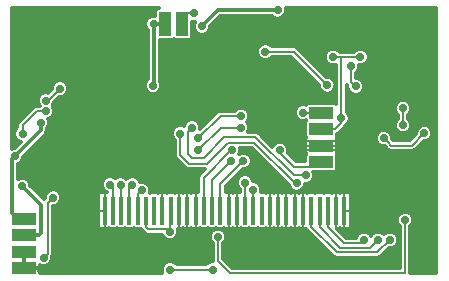
<source format=gbl>
G04 #@! TF.FileFunction,Copper,L2,Bot,Signal*
%FSLAX46Y46*%
G04 Gerber Fmt 4.6, Leading zero omitted, Abs format (unit mm)*
G04 Created by KiCad (PCBNEW (2016-04-05 BZR 6665, Git e1b308b)-product) date 04.05.2016 13:46:03*
%MOMM*%
G01*
G04 APERTURE LIST*
%ADD10C,0.100000*%
%ADD11R,2.000000X1.000000*%
%ADD12R,1.000000X2.000000*%
%ADD13R,0.400000X2.400000*%
%ADD14C,0.700000*%
%ADD15C,0.200000*%
%ADD16C,0.300000*%
G04 APERTURE END LIST*
D10*
D11*
X175500000Y-101700000D03*
X175500000Y-100300000D03*
X175500000Y-98900000D03*
X175500000Y-103100000D03*
D12*
X187500000Y-82400000D03*
X188900000Y-82400000D03*
D13*
X182350000Y-98200000D03*
X183050000Y-98200000D03*
X183750000Y-98200000D03*
X184450000Y-98200000D03*
X185150000Y-98200000D03*
X185850000Y-98200000D03*
X186550000Y-98200000D03*
X187250000Y-98200000D03*
X187950000Y-98200000D03*
X188650000Y-98200000D03*
X189350000Y-98200000D03*
X190050000Y-98200000D03*
X190750000Y-98200000D03*
X191450000Y-98200000D03*
X192150000Y-98200000D03*
X192850000Y-98200000D03*
X193550000Y-98200000D03*
X194250000Y-98200000D03*
X194950000Y-98200000D03*
X195650000Y-98200000D03*
X196350000Y-98200000D03*
X197050000Y-98200000D03*
X197750000Y-98200000D03*
X198450000Y-98200000D03*
X199150000Y-98200000D03*
X199850000Y-98200000D03*
X200550000Y-98200000D03*
X201250000Y-98200000D03*
X201950000Y-98200000D03*
X202650000Y-98200000D03*
D11*
X200700000Y-94100000D03*
X200700000Y-89916000D03*
X200700000Y-92700000D03*
X200700000Y-91300000D03*
D14*
X208525000Y-103100000D03*
X204875000Y-102625000D03*
X201475000Y-102525002D03*
X176475000Y-96200000D03*
X207650000Y-95125001D03*
X206900000Y-91799996D03*
X198050002Y-81250000D03*
X196052232Y-81996020D03*
X201200000Y-96400002D03*
X177000000Y-103200000D03*
X204900000Y-81400000D03*
X204599996Y-88900000D03*
X207850000Y-88400000D03*
X174800000Y-88000000D03*
X189500000Y-101200000D03*
X195900000Y-101600000D03*
X201700000Y-86400000D03*
X197200000Y-85900000D03*
X193200000Y-96500000D03*
X176800000Y-81400000D03*
X208200000Y-81400000D03*
X203900000Y-91100000D03*
X197000000Y-95600000D03*
X198200000Y-89900000D03*
X199400000Y-101300004D03*
X203300000Y-100300000D03*
X189900000Y-81500000D03*
X190600000Y-82600000D03*
X174750000Y-93625000D03*
X186436000Y-87630000D03*
X176950663Y-90750663D03*
X197000000Y-81250000D03*
X186500000Y-82400000D03*
X195950000Y-84750000D03*
X201200000Y-87600000D03*
X199390000Y-95224990D03*
X189738000Y-91186000D03*
X198625000Y-95900000D03*
X178562000Y-87884000D03*
X177400000Y-88900000D03*
X188722000Y-91694000D03*
X191500000Y-103199998D03*
X187900000Y-103200000D03*
X187900000Y-100000000D03*
X202400000Y-90400000D03*
X204000000Y-85200000D03*
X201700000Y-85200000D03*
X190300000Y-92100000D03*
X193900000Y-90200000D03*
X203600000Y-87700000D03*
X203200000Y-86000000D03*
X183700000Y-96000000D03*
X182800000Y-96000000D03*
X185491958Y-96473194D03*
X184700000Y-96000000D03*
X206500000Y-100700000D03*
X205500000Y-100700000D03*
X204300000Y-100699998D03*
X193130627Y-93106010D03*
X193089704Y-94005091D03*
X194108947Y-94008947D03*
X194237042Y-95847494D03*
X194928222Y-96423926D03*
X207621789Y-90981563D03*
X207621780Y-89546025D03*
X205981140Y-92084741D03*
X209429152Y-91650002D03*
X199136000Y-89916000D03*
X197200000Y-93100000D03*
X177400000Y-89800000D03*
X175400000Y-91700000D03*
X178000000Y-97100000D03*
X177200000Y-102200000D03*
X190300000Y-93100000D03*
X193900000Y-91200000D03*
X207800000Y-99000000D03*
X191950000Y-100450000D03*
X175375002Y-96125000D03*
D15*
X203300000Y-100300000D02*
X203649999Y-99950001D01*
X207650000Y-94850000D02*
X207650000Y-95125001D01*
X203900000Y-91100000D02*
X207650000Y-94850000D01*
X206550001Y-91449997D02*
X206900000Y-91799996D01*
X205994982Y-90894978D02*
X206550001Y-91449997D01*
X204599996Y-90894978D02*
X205994982Y-90894978D01*
X200600000Y-81400000D02*
X200450000Y-81250000D01*
X200450000Y-81250000D02*
X198544976Y-81250000D01*
X196402231Y-82346019D02*
X197448957Y-82346019D01*
X196052232Y-81996020D02*
X196402231Y-82346019D01*
X197448957Y-82346019D02*
X198050002Y-81744974D01*
X198050002Y-81744974D02*
X198050002Y-81250000D01*
X198544976Y-81250000D02*
X198050002Y-81250000D01*
X195702233Y-82346019D02*
X196052232Y-81996020D01*
X194900000Y-83148252D02*
X195702233Y-82346019D01*
X195600000Y-85900000D02*
X194900000Y-85200000D01*
X194900000Y-85200000D02*
X194900000Y-83148252D01*
X197200000Y-85900000D02*
X195600000Y-85900000D01*
X188650000Y-98200000D02*
X188650000Y-99750000D01*
X187250000Y-96650000D02*
X188700000Y-96650000D01*
X188700000Y-96650000D02*
X189350000Y-96650000D01*
X188650000Y-98200000D02*
X188650000Y-96700000D01*
X188650000Y-96700000D02*
X188700000Y-96650000D01*
X187250000Y-98200000D02*
X187250000Y-96650000D01*
X197200000Y-85900000D02*
X197694974Y-85900000D01*
X197694974Y-85900000D02*
X198200000Y-86405026D01*
X198200000Y-86405026D02*
X198200000Y-89405026D01*
X198200000Y-89405026D02*
X198200000Y-89900000D01*
X200600000Y-81400000D02*
X204900000Y-81400000D01*
X200600000Y-85794974D02*
X200600000Y-81400000D01*
X204900000Y-81400000D02*
X208200000Y-81400000D01*
X201700000Y-86400000D02*
X201205026Y-86400000D01*
X201205026Y-86400000D02*
X200600000Y-85794974D01*
X202300000Y-93100000D02*
X202650000Y-93450000D01*
X202650000Y-93450000D02*
X202650000Y-96650000D01*
X204599996Y-88900000D02*
X207550000Y-88900000D01*
X207550000Y-88900000D02*
X207850000Y-88600000D01*
X203900000Y-91100000D02*
X204394974Y-91100000D01*
X204599996Y-89394974D02*
X204599996Y-88900000D01*
X204394974Y-91100000D02*
X204599996Y-90894978D01*
X204599996Y-90894978D02*
X204599996Y-89394974D01*
X200700000Y-92700000D02*
X201100000Y-92300000D01*
X201100000Y-92300000D02*
X202700000Y-92300000D01*
X202700000Y-92300000D02*
X203900000Y-91100000D01*
X198200000Y-89900000D02*
X198200000Y-92000000D01*
X198200000Y-92000000D02*
X198500000Y-92300000D01*
X198500000Y-92300000D02*
X200300000Y-92300000D01*
X200300000Y-92300000D02*
X200700000Y-92700000D01*
X202600000Y-99800000D02*
X202800000Y-99800000D01*
X202800000Y-99800000D02*
X203300000Y-100300000D01*
X201950000Y-98200000D02*
X201950000Y-99600000D01*
X201950000Y-99600000D02*
X202150000Y-99800000D01*
X202600000Y-99800000D02*
X202650000Y-99750000D01*
X202150000Y-99800000D02*
X202600000Y-99800000D01*
X202650000Y-99750000D02*
X202650000Y-98200000D01*
X174800000Y-88000000D02*
X176300000Y-86500000D01*
X176300000Y-86500000D02*
X179200000Y-86500000D01*
X179200000Y-86500000D02*
X182149999Y-89449999D01*
X182350000Y-96650000D02*
X182350000Y-98200000D01*
X182149999Y-89449999D02*
X182149999Y-96449999D01*
X182149999Y-96449999D02*
X182350000Y-96650000D01*
X176800000Y-81400000D02*
X174800000Y-83400000D01*
X174800000Y-83400000D02*
X174800000Y-88000000D01*
X195500000Y-101200000D02*
X195900000Y-101600000D01*
X189350000Y-96650000D02*
X190050000Y-96650000D01*
X201200000Y-93100000D02*
X202300000Y-93100000D01*
X200700000Y-92700000D02*
X200800000Y-92700000D01*
X200800000Y-92700000D02*
X201200000Y-93100000D01*
X200300000Y-93100000D02*
X199200000Y-93100000D01*
X200700000Y-92700000D02*
X200300000Y-93100000D01*
X199500000Y-92700000D02*
X199200000Y-92700000D01*
X200700000Y-92700000D02*
X199500000Y-92700000D01*
X200700000Y-92700000D02*
X202300000Y-92700000D01*
X199399998Y-96400002D02*
X201200000Y-96400002D01*
X199150000Y-96650000D02*
X199399998Y-96400002D01*
X201700002Y-96400002D02*
X201200000Y-96400002D01*
X201950000Y-96650000D02*
X201700002Y-96400002D01*
D16*
X177000000Y-103100000D02*
X177000000Y-103200000D01*
X175500000Y-103100000D02*
X177000000Y-103100000D01*
X175500000Y-101700000D02*
X175500000Y-103100000D01*
D15*
X189350000Y-99750000D02*
X188650000Y-99750000D01*
X190050000Y-99750000D02*
X189350000Y-99750000D01*
X189350000Y-99750000D02*
X189500000Y-99900000D01*
X189500000Y-99900000D02*
X189500000Y-101200000D01*
X192850000Y-99750000D02*
X193550000Y-99750000D01*
X193550000Y-99750000D02*
X194050000Y-99750000D01*
X194050000Y-99750000D02*
X195900000Y-101600000D01*
X196350000Y-99750000D02*
X196350000Y-101150000D01*
X196350000Y-101150000D02*
X195900000Y-101600000D01*
X197050000Y-99750000D02*
X196350000Y-99750000D01*
X197750000Y-99750000D02*
X197050000Y-99750000D01*
X198450000Y-99750000D02*
X197750000Y-99750000D01*
X198450000Y-99750000D02*
X199150000Y-99750000D01*
X199150000Y-99750000D02*
X199400000Y-100000000D01*
X199400000Y-100000000D02*
X199400000Y-101300004D01*
X202650000Y-96650000D02*
X201950000Y-96650000D01*
X198450000Y-96650000D02*
X199150000Y-96650000D01*
X197750000Y-96650000D02*
X198450000Y-96650000D01*
X197050000Y-96650000D02*
X197750000Y-96650000D01*
X196350000Y-96650000D02*
X197050000Y-96650000D01*
X193550000Y-96650000D02*
X193350000Y-96650000D01*
X193350000Y-96650000D02*
X193200000Y-96500000D01*
X193200000Y-96500000D02*
X193050000Y-96650000D01*
X193050000Y-96650000D02*
X192850000Y-96650000D01*
X202650000Y-98200000D02*
X202650000Y-96650000D01*
X201950000Y-98200000D02*
X201950000Y-96650000D01*
X203050000Y-98200000D02*
X203300000Y-98200000D01*
X202650000Y-98200000D02*
X203050000Y-98200000D01*
X196350000Y-98200000D02*
X196350000Y-99750000D01*
X197050000Y-98200000D02*
X197050000Y-99750000D01*
X197750000Y-99750000D02*
X197800000Y-99800000D01*
X197750000Y-98200000D02*
X197750000Y-99750000D01*
X198450000Y-98200000D02*
X198450000Y-99750000D01*
X199150000Y-98200000D02*
X199150000Y-99750000D01*
X199150000Y-98200000D02*
X199150000Y-96650000D01*
X198450000Y-98200000D02*
X198450000Y-96650000D01*
X197750000Y-96650000D02*
X197800000Y-96600000D01*
X197750000Y-98200000D02*
X197750000Y-96650000D01*
X197050000Y-98200000D02*
X197050000Y-96650000D01*
X196350000Y-98200000D02*
X196350000Y-96650000D01*
X193550000Y-98200000D02*
X193550000Y-96650000D01*
X192850000Y-98200000D02*
X192850000Y-96650000D01*
X193550000Y-98200000D02*
X193550000Y-99750000D01*
X192850000Y-98200000D02*
X192850000Y-99750000D01*
X182350000Y-98200000D02*
X182350000Y-99750000D01*
X190050000Y-98200000D02*
X190050000Y-99750000D01*
X189350000Y-98200000D02*
X189350000Y-99750000D01*
X190050000Y-98200000D02*
X190050000Y-96650000D01*
X189350000Y-98200000D02*
X189350000Y-96650000D01*
X181950000Y-98200000D02*
X181400000Y-98200000D01*
X182350000Y-98200000D02*
X181950000Y-98200000D01*
X189300000Y-81500000D02*
X189900000Y-81500000D01*
X188900000Y-82400000D02*
X188900000Y-81900000D01*
X188900000Y-81900000D02*
X189300000Y-81500000D01*
D16*
X190949999Y-82250001D02*
X190600000Y-82600000D01*
X197000000Y-81250000D02*
X191950000Y-81250000D01*
X191950000Y-81250000D02*
X190949999Y-82250001D01*
X175500000Y-98900000D02*
X175000000Y-98900000D01*
X175000000Y-98900000D02*
X174550000Y-98450000D01*
X174550000Y-98450000D02*
X174550000Y-93825000D01*
X174550000Y-93825000D02*
X174750000Y-93625000D01*
X174750000Y-93625000D02*
X176950663Y-91424337D01*
X176950663Y-91424337D02*
X176950663Y-90750663D01*
X186500000Y-87566000D02*
X186436000Y-87630000D01*
X186500000Y-82400000D02*
X186500000Y-87566000D01*
X187500000Y-82400000D02*
X186500000Y-82400000D01*
D15*
X201200000Y-87600000D02*
X198350000Y-84750000D01*
X198350000Y-84750000D02*
X196444974Y-84750000D01*
X196444974Y-84750000D02*
X195950000Y-84750000D01*
X189388001Y-91535999D02*
X189388001Y-93376001D01*
X198348990Y-95224990D02*
X198895026Y-95224990D01*
X189388001Y-93376001D02*
X189762001Y-93750001D01*
X192493999Y-91986001D02*
X195110001Y-91986001D01*
X195110001Y-91986001D02*
X198348990Y-95224990D01*
X189762001Y-93750001D02*
X190729999Y-93750001D01*
X189738000Y-91186000D02*
X189388001Y-91535999D01*
X190729999Y-93750001D02*
X192493999Y-91986001D01*
X198895026Y-95224990D02*
X199390000Y-95224990D01*
X195006000Y-92456000D02*
X198450000Y-95900000D01*
X191008000Y-94234000D02*
X192786000Y-92456000D01*
X188722000Y-93472000D02*
X189484000Y-94234000D01*
X188722000Y-91694000D02*
X188722000Y-93472000D01*
X198450000Y-95900000D02*
X198625000Y-95900000D01*
X192786000Y-92456000D02*
X195006000Y-92456000D01*
X189484000Y-94234000D02*
X191008000Y-94234000D01*
X177400000Y-88900000D02*
X177546000Y-88900000D01*
X177546000Y-88900000D02*
X178562000Y-87884000D01*
X191499998Y-103200000D02*
X191500000Y-103199998D01*
X187900000Y-103200000D02*
X191499998Y-103200000D01*
X185850000Y-98200000D02*
X185850000Y-99600000D01*
X185850000Y-99600000D02*
X186050000Y-99800000D01*
X186050000Y-99800000D02*
X187700000Y-99800000D01*
X187700000Y-99800000D02*
X187900000Y-100000000D01*
X187900000Y-100000000D02*
X187900000Y-98250000D01*
X187900000Y-98250000D02*
X187950000Y-98200000D01*
X200700000Y-91300000D02*
X201900000Y-91300000D01*
X201900000Y-91300000D02*
X202400000Y-90800000D01*
X202400000Y-90800000D02*
X202400000Y-90400000D01*
X202400000Y-85200000D02*
X204000000Y-85200000D01*
X201700000Y-85200000D02*
X202400000Y-85200000D01*
X202400000Y-85200000D02*
X202400000Y-90400000D01*
X193900000Y-90200000D02*
X192200000Y-90200000D01*
X192200000Y-90200000D02*
X190300000Y-92100000D01*
X203200000Y-86000000D02*
X203200000Y-87300000D01*
X203200000Y-87300000D02*
X203600000Y-87700000D01*
X183750000Y-98200000D02*
X183750000Y-96050000D01*
X183750000Y-96050000D02*
X183700000Y-96000000D01*
X183050000Y-98200000D02*
X183050000Y-96250000D01*
X183050000Y-96250000D02*
X182800000Y-96000000D01*
X185150000Y-98200000D02*
X185150000Y-96815152D01*
X185150000Y-96815152D02*
X185491958Y-96473194D01*
X184450000Y-98200000D02*
X184450000Y-96250000D01*
X184450000Y-96250000D02*
X184700000Y-96000000D01*
X206500000Y-100700000D02*
X205449979Y-101750021D01*
X205449979Y-101750021D02*
X202000021Y-101750021D01*
X202000021Y-101750021D02*
X199850000Y-99600000D01*
X199850000Y-99600000D02*
X199850000Y-98200000D01*
X205500000Y-100700000D02*
X204849989Y-101350011D01*
X202300011Y-101350011D02*
X200550000Y-99600000D01*
X204849989Y-101350011D02*
X202300011Y-101350011D01*
X200550000Y-99600000D02*
X200550000Y-98200000D01*
X204049997Y-100950001D02*
X204300000Y-100699998D01*
X202600001Y-100950001D02*
X204049997Y-100950001D01*
X201250000Y-99600000D02*
X202600001Y-100950001D01*
X201250000Y-98200000D02*
X201250000Y-99600000D01*
X193055244Y-93106010D02*
X193130627Y-93106010D01*
X190750000Y-98200000D02*
X190750000Y-95411254D01*
X190750000Y-95411254D02*
X193055244Y-93106010D01*
X191450000Y-95644795D02*
X192739705Y-94355090D01*
X191450000Y-98200000D02*
X191450000Y-95644795D01*
X192739705Y-94355090D02*
X193089704Y-94005091D01*
X193758948Y-94358946D02*
X194108947Y-94008947D01*
X192150000Y-98200000D02*
X192150000Y-95967894D01*
X192150000Y-95967894D02*
X193758948Y-94358946D01*
X194250000Y-98200000D02*
X194250000Y-95860452D01*
X194250000Y-95860452D02*
X194237042Y-95847494D01*
X194950000Y-98200000D02*
X194950000Y-96445704D01*
X194950000Y-96445704D02*
X194928222Y-96423926D01*
X207621780Y-89546025D02*
X207621780Y-90981554D01*
X207621780Y-90981554D02*
X207621789Y-90981563D01*
X208379220Y-92699934D02*
X206596333Y-92699934D01*
X206596333Y-92699934D02*
X206331139Y-92434740D01*
X206331139Y-92434740D02*
X205981140Y-92084741D01*
X209429152Y-91650002D02*
X208379220Y-92699934D01*
X199136000Y-89916000D02*
X200700000Y-89916000D01*
X197200000Y-93100000D02*
X197200000Y-93300000D01*
X197200000Y-93300000D02*
X198400000Y-94500000D01*
X198400000Y-94500000D02*
X200300000Y-94500000D01*
X200300000Y-94500000D02*
X200700000Y-94100000D01*
X175400000Y-91700000D02*
X175400000Y-91000000D01*
X176600000Y-89800000D02*
X177400000Y-89800000D01*
X175400000Y-91000000D02*
X176600000Y-89800000D01*
X177550010Y-98100000D02*
X177550010Y-97549990D01*
X177550010Y-97549990D02*
X178000000Y-97100000D01*
X177550010Y-100527821D02*
X177550010Y-98100000D01*
X177200000Y-102200000D02*
X177550010Y-101849990D01*
X177550010Y-101849990D02*
X177550010Y-100527821D01*
X193900000Y-91200000D02*
X192200000Y-91200000D01*
X192200000Y-91200000D02*
X190300000Y-93100000D01*
X207799990Y-103500010D02*
X207800000Y-103500000D01*
X207800000Y-103500000D02*
X207800000Y-99000000D01*
X207174990Y-103500010D02*
X207799990Y-103500010D01*
X191950000Y-102500000D02*
X192950010Y-103500010D01*
X192950010Y-103500010D02*
X207174990Y-103500010D01*
X191950000Y-100450000D02*
X191950000Y-102500000D01*
D16*
X175725001Y-96474999D02*
X175375002Y-96125000D01*
X177000000Y-97749998D02*
X175725001Y-96474999D01*
X177000000Y-100100000D02*
X177000000Y-97749998D01*
X176800000Y-100300000D02*
X177000000Y-100100000D01*
X175500000Y-100300000D02*
X176800000Y-100300000D01*
G36*
X186863437Y-81070308D02*
X186747665Y-81147665D01*
X186670308Y-81263437D01*
X186643144Y-81400000D01*
X186643144Y-81701490D01*
X186639850Y-81700122D01*
X186361372Y-81699879D01*
X186104000Y-81806223D01*
X185906915Y-82002964D01*
X185800122Y-82260150D01*
X185799879Y-82538628D01*
X185906223Y-82796000D01*
X186000000Y-82889941D01*
X186000000Y-87076153D01*
X185842915Y-87232964D01*
X185736122Y-87490150D01*
X185735879Y-87768628D01*
X185842223Y-88026000D01*
X186038964Y-88223085D01*
X186296150Y-88329878D01*
X186574628Y-88330121D01*
X186832000Y-88223777D01*
X187029085Y-88027036D01*
X187135878Y-87769850D01*
X187136121Y-87491372D01*
X187029777Y-87234000D01*
X187000000Y-87204171D01*
X187000000Y-84888628D01*
X195249879Y-84888628D01*
X195356223Y-85146000D01*
X195552964Y-85343085D01*
X195810150Y-85449878D01*
X196088628Y-85450121D01*
X196346000Y-85343777D01*
X196490028Y-85200000D01*
X198163604Y-85200000D01*
X200500055Y-87536451D01*
X200499879Y-87738628D01*
X200606223Y-87996000D01*
X200802964Y-88193085D01*
X201060150Y-88299878D01*
X201338628Y-88300121D01*
X201596000Y-88193777D01*
X201793085Y-87997036D01*
X201899878Y-87739850D01*
X201900121Y-87461372D01*
X201793777Y-87204000D01*
X201597036Y-87006915D01*
X201339850Y-86900122D01*
X201136340Y-86899944D01*
X198668198Y-84431802D01*
X198522208Y-84334254D01*
X198350000Y-84300000D01*
X196489871Y-84300000D01*
X196347036Y-84156915D01*
X196089850Y-84050122D01*
X195811372Y-84049879D01*
X195554000Y-84156223D01*
X195356915Y-84352964D01*
X195250122Y-84610150D01*
X195249879Y-84888628D01*
X187000000Y-84888628D01*
X187000000Y-83756856D01*
X188000000Y-83756856D01*
X188136563Y-83729692D01*
X188200000Y-83687304D01*
X188263437Y-83729692D01*
X188400000Y-83756856D01*
X189400000Y-83756856D01*
X189536563Y-83729692D01*
X189652335Y-83652335D01*
X189729692Y-83536563D01*
X189756856Y-83400000D01*
X189756856Y-82198510D01*
X189760150Y-82199878D01*
X190009788Y-82200096D01*
X190006915Y-82202964D01*
X189900122Y-82460150D01*
X189899879Y-82738628D01*
X190006223Y-82996000D01*
X190202964Y-83193085D01*
X190460150Y-83299878D01*
X190738628Y-83300121D01*
X190996000Y-83193777D01*
X191193085Y-82997036D01*
X191299878Y-82739850D01*
X191299994Y-82607113D01*
X191303552Y-82603555D01*
X191303554Y-82603552D01*
X192157106Y-81750000D01*
X196510041Y-81750000D01*
X196602964Y-81843085D01*
X196860150Y-81949878D01*
X197138628Y-81950121D01*
X197396000Y-81843777D01*
X197593085Y-81647036D01*
X197699878Y-81389850D01*
X197700121Y-81111372D01*
X197674763Y-81050000D01*
X210450000Y-81050000D01*
X210450000Y-103450000D01*
X208250000Y-103450000D01*
X208250000Y-99539871D01*
X208393085Y-99397036D01*
X208499878Y-99139850D01*
X208500121Y-98861372D01*
X208393777Y-98604000D01*
X208197036Y-98406915D01*
X207939850Y-98300122D01*
X207661372Y-98299879D01*
X207404000Y-98406223D01*
X207206915Y-98602964D01*
X207100122Y-98860150D01*
X207099879Y-99138628D01*
X207206223Y-99396000D01*
X207350000Y-99540028D01*
X207350000Y-103050010D01*
X193136406Y-103050010D01*
X192400000Y-102313604D01*
X192400000Y-100989871D01*
X192543085Y-100847036D01*
X192649878Y-100589850D01*
X192650121Y-100311372D01*
X192543777Y-100054000D01*
X192347036Y-99856915D01*
X192106067Y-99756856D01*
X192350000Y-99756856D01*
X192486563Y-99729692D01*
X192500000Y-99720714D01*
X192513437Y-99729692D01*
X192650000Y-99756856D01*
X193050000Y-99756856D01*
X193186563Y-99729692D01*
X193200000Y-99720714D01*
X193213437Y-99729692D01*
X193350000Y-99756856D01*
X193750000Y-99756856D01*
X193886563Y-99729692D01*
X193900000Y-99720714D01*
X193913437Y-99729692D01*
X194050000Y-99756856D01*
X194450000Y-99756856D01*
X194586563Y-99729692D01*
X194600000Y-99720714D01*
X194613437Y-99729692D01*
X194750000Y-99756856D01*
X195150000Y-99756856D01*
X195286563Y-99729692D01*
X195300000Y-99720714D01*
X195313437Y-99729692D01*
X195450000Y-99756856D01*
X195850000Y-99756856D01*
X195986563Y-99729692D01*
X196000000Y-99720714D01*
X196013437Y-99729692D01*
X196150000Y-99756856D01*
X196550000Y-99756856D01*
X196686563Y-99729692D01*
X196700000Y-99720714D01*
X196713437Y-99729692D01*
X196850000Y-99756856D01*
X197250000Y-99756856D01*
X197386563Y-99729692D01*
X197400000Y-99720714D01*
X197413437Y-99729692D01*
X197550000Y-99756856D01*
X197950000Y-99756856D01*
X198086563Y-99729692D01*
X198100000Y-99720714D01*
X198113437Y-99729692D01*
X198250000Y-99756856D01*
X198650000Y-99756856D01*
X198786563Y-99729692D01*
X198800000Y-99720714D01*
X198813437Y-99729692D01*
X198950000Y-99756856D01*
X199350000Y-99756856D01*
X199428110Y-99741319D01*
X199434254Y-99772208D01*
X199493832Y-99861372D01*
X199531802Y-99918198D01*
X201681823Y-102068219D01*
X201827813Y-102165767D01*
X202000021Y-102200021D01*
X205449979Y-102200021D01*
X205622187Y-102165767D01*
X205768177Y-102068219D01*
X206436451Y-101399945D01*
X206638628Y-101400121D01*
X206896000Y-101293777D01*
X207093085Y-101097036D01*
X207199878Y-100839850D01*
X207200121Y-100561372D01*
X207093777Y-100304000D01*
X206897036Y-100106915D01*
X206639850Y-100000122D01*
X206361372Y-99999879D01*
X206104000Y-100106223D01*
X205999991Y-100210050D01*
X205897036Y-100106915D01*
X205639850Y-100000122D01*
X205361372Y-99999879D01*
X205104000Y-100106223D01*
X204906915Y-100302964D01*
X204900116Y-100319339D01*
X204893777Y-100303998D01*
X204697036Y-100106913D01*
X204439850Y-100000120D01*
X204161372Y-99999877D01*
X203904000Y-100106221D01*
X203706915Y-100302962D01*
X203625097Y-100500001D01*
X202786397Y-100500001D01*
X202043252Y-99756856D01*
X202150000Y-99756856D01*
X202286563Y-99729692D01*
X202300000Y-99720714D01*
X202313437Y-99729692D01*
X202450000Y-99756856D01*
X202850000Y-99756856D01*
X202986563Y-99729692D01*
X203102335Y-99652335D01*
X203179692Y-99536563D01*
X203206856Y-99400000D01*
X203206856Y-97000000D01*
X203179692Y-96863437D01*
X203102335Y-96747665D01*
X202986563Y-96670308D01*
X202850000Y-96643144D01*
X202450000Y-96643144D01*
X202313437Y-96670308D01*
X202300000Y-96679286D01*
X202286563Y-96670308D01*
X202150000Y-96643144D01*
X201750000Y-96643144D01*
X201613437Y-96670308D01*
X201600000Y-96679286D01*
X201586563Y-96670308D01*
X201450000Y-96643144D01*
X201050000Y-96643144D01*
X200913437Y-96670308D01*
X200900000Y-96679286D01*
X200886563Y-96670308D01*
X200750000Y-96643144D01*
X200350000Y-96643144D01*
X200213437Y-96670308D01*
X200200000Y-96679286D01*
X200186563Y-96670308D01*
X200050000Y-96643144D01*
X199650000Y-96643144D01*
X199513437Y-96670308D01*
X199500000Y-96679286D01*
X199486563Y-96670308D01*
X199350000Y-96643144D01*
X198950000Y-96643144D01*
X198813437Y-96670308D01*
X198800000Y-96679286D01*
X198786563Y-96670308D01*
X198650000Y-96643144D01*
X198250000Y-96643144D01*
X198113437Y-96670308D01*
X198100000Y-96679286D01*
X198086563Y-96670308D01*
X197950000Y-96643144D01*
X197550000Y-96643144D01*
X197413437Y-96670308D01*
X197400000Y-96679286D01*
X197386563Y-96670308D01*
X197250000Y-96643144D01*
X196850000Y-96643144D01*
X196713437Y-96670308D01*
X196700000Y-96679286D01*
X196686563Y-96670308D01*
X196550000Y-96643144D01*
X196150000Y-96643144D01*
X196013437Y-96670308D01*
X196000000Y-96679286D01*
X195986563Y-96670308D01*
X195850000Y-96643144D01*
X195595144Y-96643144D01*
X195628100Y-96563776D01*
X195628343Y-96285298D01*
X195521999Y-96027926D01*
X195325258Y-95830841D01*
X195068072Y-95724048D01*
X194937150Y-95723934D01*
X194937163Y-95708866D01*
X194830819Y-95451494D01*
X194634078Y-95254409D01*
X194376892Y-95147616D01*
X194098414Y-95147373D01*
X193841042Y-95253717D01*
X193643957Y-95450458D01*
X193537164Y-95707644D01*
X193536921Y-95986122D01*
X193643265Y-96243494D01*
X193800000Y-96400503D01*
X193800000Y-96653090D01*
X193750000Y-96643144D01*
X193350000Y-96643144D01*
X193213437Y-96670308D01*
X193200000Y-96679286D01*
X193186563Y-96670308D01*
X193050000Y-96643144D01*
X192650000Y-96643144D01*
X192600000Y-96653090D01*
X192600000Y-96154290D01*
X194045398Y-94708892D01*
X194247575Y-94709068D01*
X194504947Y-94602724D01*
X194702032Y-94405983D01*
X194808825Y-94148797D01*
X194809068Y-93870319D01*
X194702724Y-93612947D01*
X194505983Y-93415862D01*
X194248797Y-93309069D01*
X193970319Y-93308826D01*
X193769988Y-93391601D01*
X193830505Y-93245860D01*
X193830748Y-92967382D01*
X193805385Y-92906000D01*
X194819604Y-92906000D01*
X197924903Y-96011299D01*
X197924879Y-96038628D01*
X198031223Y-96296000D01*
X198227964Y-96493085D01*
X198485150Y-96599878D01*
X198763628Y-96600121D01*
X199021000Y-96493777D01*
X199218085Y-96297036D01*
X199324878Y-96039850D01*
X199324978Y-95924933D01*
X199528628Y-95925111D01*
X199786000Y-95818767D01*
X199983085Y-95622026D01*
X200089878Y-95364840D01*
X200090121Y-95086362D01*
X200036610Y-94956856D01*
X201700000Y-94956856D01*
X201836563Y-94929692D01*
X201952335Y-94852335D01*
X202029692Y-94736563D01*
X202056856Y-94600000D01*
X202056856Y-93600000D01*
X202029692Y-93463437D01*
X201987304Y-93400000D01*
X202029692Y-93336563D01*
X202056856Y-93200000D01*
X202056856Y-92219408D01*
X205301022Y-92219408D01*
X205404328Y-92469427D01*
X205595448Y-92660881D01*
X205845286Y-92764623D01*
X206053091Y-92764804D01*
X206292277Y-93003990D01*
X206431779Y-93097202D01*
X206596333Y-93129934D01*
X208379220Y-93129934D01*
X208543774Y-93097202D01*
X208683276Y-93003990D01*
X209357326Y-92329940D01*
X209563819Y-92330120D01*
X209813838Y-92226814D01*
X210005292Y-92035694D01*
X210109034Y-91785856D01*
X210109270Y-91515335D01*
X210005964Y-91265316D01*
X209814844Y-91073862D01*
X209565006Y-90970120D01*
X209294485Y-90969884D01*
X209044466Y-91073190D01*
X208853012Y-91264310D01*
X208749270Y-91514148D01*
X208749089Y-91721953D01*
X208201108Y-92269934D01*
X206774445Y-92269934D01*
X206661078Y-92156567D01*
X206661258Y-91950074D01*
X206557952Y-91700055D01*
X206366832Y-91508601D01*
X206116994Y-91404859D01*
X205846473Y-91404623D01*
X205596454Y-91507929D01*
X205405000Y-91699049D01*
X205301258Y-91948887D01*
X205301022Y-92219408D01*
X202056856Y-92219408D01*
X202056856Y-92200000D01*
X202029692Y-92063437D01*
X201987304Y-92000000D01*
X202029692Y-91936563D01*
X202056856Y-91800000D01*
X202056856Y-91718800D01*
X202072208Y-91715746D01*
X202218198Y-91618198D01*
X202718198Y-91118198D01*
X202739713Y-91085999D01*
X202812019Y-90977786D01*
X202993085Y-90797036D01*
X203099878Y-90539850D01*
X203100121Y-90261372D01*
X202993777Y-90004000D01*
X202850000Y-89859972D01*
X202850000Y-89680692D01*
X206941662Y-89680692D01*
X207044968Y-89930711D01*
X207191780Y-90077780D01*
X207191780Y-90449995D01*
X207045649Y-90595871D01*
X206941907Y-90845709D01*
X206941671Y-91116230D01*
X207044977Y-91366249D01*
X207236097Y-91557703D01*
X207485935Y-91661445D01*
X207756456Y-91661681D01*
X208006475Y-91558375D01*
X208197929Y-91367255D01*
X208301671Y-91117417D01*
X208301907Y-90846896D01*
X208198601Y-90596877D01*
X208051780Y-90449799D01*
X208051780Y-90077602D01*
X208197920Y-89931717D01*
X208301662Y-89681879D01*
X208301898Y-89411358D01*
X208198592Y-89161339D01*
X208007472Y-88969885D01*
X207757634Y-88866143D01*
X207487113Y-88865907D01*
X207237094Y-88969213D01*
X207045640Y-89160333D01*
X206941898Y-89410171D01*
X206941662Y-89680692D01*
X202850000Y-89680692D01*
X202850000Y-87570603D01*
X202881802Y-87618198D01*
X202900055Y-87636451D01*
X202899879Y-87838628D01*
X203006223Y-88096000D01*
X203202964Y-88293085D01*
X203460150Y-88399878D01*
X203738628Y-88400121D01*
X203996000Y-88293777D01*
X204193085Y-88097036D01*
X204299878Y-87839850D01*
X204300121Y-87561372D01*
X204193777Y-87304000D01*
X203997036Y-87106915D01*
X203739850Y-87000122D01*
X203650000Y-87000044D01*
X203650000Y-86539871D01*
X203793085Y-86397036D01*
X203899878Y-86139850D01*
X203900087Y-85899913D01*
X204138628Y-85900121D01*
X204396000Y-85793777D01*
X204593085Y-85597036D01*
X204699878Y-85339850D01*
X204700121Y-85061372D01*
X204593777Y-84804000D01*
X204397036Y-84606915D01*
X204139850Y-84500122D01*
X203861372Y-84499879D01*
X203604000Y-84606223D01*
X203459972Y-84750000D01*
X202239871Y-84750000D01*
X202097036Y-84606915D01*
X201839850Y-84500122D01*
X201561372Y-84499879D01*
X201304000Y-84606223D01*
X201106915Y-84802964D01*
X201000122Y-85060150D01*
X200999879Y-85338628D01*
X201106223Y-85596000D01*
X201302964Y-85793085D01*
X201560150Y-85899878D01*
X201838628Y-85900121D01*
X201950000Y-85854103D01*
X201950000Y-89162105D01*
X201836563Y-89086308D01*
X201700000Y-89059144D01*
X199700000Y-89059144D01*
X199563437Y-89086308D01*
X199447665Y-89163665D01*
X199382910Y-89260577D01*
X199275850Y-89216122D01*
X198997372Y-89215879D01*
X198740000Y-89322223D01*
X198542915Y-89518964D01*
X198436122Y-89776150D01*
X198435879Y-90054628D01*
X198542223Y-90312000D01*
X198738964Y-90509085D01*
X198996150Y-90615878D01*
X199274628Y-90616121D01*
X199382887Y-90571389D01*
X199407350Y-90608000D01*
X199370308Y-90663437D01*
X199343144Y-90800000D01*
X199343144Y-91800000D01*
X199370308Y-91936563D01*
X199412696Y-92000000D01*
X199370308Y-92063437D01*
X199343144Y-92200000D01*
X199343144Y-93200000D01*
X199370308Y-93336563D01*
X199412696Y-93400000D01*
X199370308Y-93463437D01*
X199343144Y-93600000D01*
X199343144Y-94050000D01*
X198586396Y-94050000D01*
X197863604Y-93327208D01*
X197899878Y-93239850D01*
X197900121Y-92961372D01*
X197793777Y-92704000D01*
X197597036Y-92506915D01*
X197339850Y-92400122D01*
X197061372Y-92399879D01*
X196804000Y-92506223D01*
X196606915Y-92702964D01*
X196564795Y-92804399D01*
X195428199Y-91667803D01*
X195353960Y-91618198D01*
X195282209Y-91570255D01*
X195110001Y-91536001D01*
X194518429Y-91536001D01*
X194599878Y-91339850D01*
X194600121Y-91061372D01*
X194493777Y-90804000D01*
X194389950Y-90699991D01*
X194493085Y-90597036D01*
X194599878Y-90339850D01*
X194600121Y-90061372D01*
X194493777Y-89804000D01*
X194297036Y-89606915D01*
X194039850Y-89500122D01*
X193761372Y-89499879D01*
X193504000Y-89606223D01*
X193359972Y-89750000D01*
X192200000Y-89750000D01*
X192027792Y-89784254D01*
X191993878Y-89806915D01*
X191881802Y-89881802D01*
X190437878Y-91325726D01*
X190438121Y-91047372D01*
X190331777Y-90790000D01*
X190135036Y-90592915D01*
X189877850Y-90486122D01*
X189599372Y-90485879D01*
X189342000Y-90592223D01*
X189144915Y-90788964D01*
X189038122Y-91046150D01*
X189038104Y-91067309D01*
X188861850Y-90994122D01*
X188583372Y-90993879D01*
X188326000Y-91100223D01*
X188128915Y-91296964D01*
X188022122Y-91554150D01*
X188021879Y-91832628D01*
X188128223Y-92090000D01*
X188272000Y-92234028D01*
X188272000Y-93472000D01*
X188306254Y-93644208D01*
X188386865Y-93764850D01*
X188403802Y-93790198D01*
X189165802Y-94552198D01*
X189311792Y-94649746D01*
X189484000Y-94684000D01*
X190840858Y-94684000D01*
X190431802Y-95093056D01*
X190334254Y-95239046D01*
X190300000Y-95411254D01*
X190300000Y-96653090D01*
X190250000Y-96643144D01*
X189850000Y-96643144D01*
X189713437Y-96670308D01*
X189700000Y-96679286D01*
X189686563Y-96670308D01*
X189550000Y-96643144D01*
X189150000Y-96643144D01*
X189013437Y-96670308D01*
X189000000Y-96679286D01*
X188986563Y-96670308D01*
X188850000Y-96643144D01*
X188450000Y-96643144D01*
X188313437Y-96670308D01*
X188300000Y-96679286D01*
X188286563Y-96670308D01*
X188150000Y-96643144D01*
X187750000Y-96643144D01*
X187613437Y-96670308D01*
X187600000Y-96679286D01*
X187586563Y-96670308D01*
X187450000Y-96643144D01*
X187050000Y-96643144D01*
X186913437Y-96670308D01*
X186900000Y-96679286D01*
X186886563Y-96670308D01*
X186750000Y-96643144D01*
X186350000Y-96643144D01*
X186213437Y-96670308D01*
X186200000Y-96679286D01*
X186186563Y-96670308D01*
X186169470Y-96666908D01*
X186191836Y-96613044D01*
X186192079Y-96334566D01*
X186085735Y-96077194D01*
X185888994Y-95880109D01*
X185631808Y-95773316D01*
X185363640Y-95773082D01*
X185293777Y-95604000D01*
X185097036Y-95406915D01*
X184839850Y-95300122D01*
X184561372Y-95299879D01*
X184304000Y-95406223D01*
X184199991Y-95510050D01*
X184097036Y-95406915D01*
X183839850Y-95300122D01*
X183561372Y-95299879D01*
X183304000Y-95406223D01*
X183250079Y-95460050D01*
X183197036Y-95406915D01*
X182939850Y-95300122D01*
X182661372Y-95299879D01*
X182404000Y-95406223D01*
X182206915Y-95602964D01*
X182100122Y-95860150D01*
X182099879Y-96138628D01*
X182206223Y-96396000D01*
X182402964Y-96593085D01*
X182523519Y-96643144D01*
X182150000Y-96643144D01*
X182013437Y-96670308D01*
X181897665Y-96747665D01*
X181820308Y-96863437D01*
X181793144Y-97000000D01*
X181793144Y-99400000D01*
X181820308Y-99536563D01*
X181897665Y-99652335D01*
X182013437Y-99729692D01*
X182150000Y-99756856D01*
X182550000Y-99756856D01*
X182686563Y-99729692D01*
X182700000Y-99720714D01*
X182713437Y-99729692D01*
X182850000Y-99756856D01*
X183250000Y-99756856D01*
X183386563Y-99729692D01*
X183400000Y-99720714D01*
X183413437Y-99729692D01*
X183550000Y-99756856D01*
X183950000Y-99756856D01*
X184086563Y-99729692D01*
X184100000Y-99720714D01*
X184113437Y-99729692D01*
X184250000Y-99756856D01*
X184650000Y-99756856D01*
X184786563Y-99729692D01*
X184800000Y-99720714D01*
X184813437Y-99729692D01*
X184950000Y-99756856D01*
X185350000Y-99756856D01*
X185428110Y-99741319D01*
X185434254Y-99772208D01*
X185493832Y-99861372D01*
X185531802Y-99918198D01*
X185731802Y-100118198D01*
X185877792Y-100215746D01*
X186050000Y-100250000D01*
X187245897Y-100250000D01*
X187306223Y-100396000D01*
X187502964Y-100593085D01*
X187760150Y-100699878D01*
X188038628Y-100700121D01*
X188296000Y-100593777D01*
X188493085Y-100397036D01*
X188599878Y-100139850D01*
X188600121Y-99861372D01*
X188556936Y-99756856D01*
X188850000Y-99756856D01*
X188986563Y-99729692D01*
X189000000Y-99720714D01*
X189013437Y-99729692D01*
X189150000Y-99756856D01*
X189550000Y-99756856D01*
X189686563Y-99729692D01*
X189700000Y-99720714D01*
X189713437Y-99729692D01*
X189850000Y-99756856D01*
X190250000Y-99756856D01*
X190386563Y-99729692D01*
X190400000Y-99720714D01*
X190413437Y-99729692D01*
X190550000Y-99756856D01*
X190950000Y-99756856D01*
X191086563Y-99729692D01*
X191100000Y-99720714D01*
X191113437Y-99729692D01*
X191250000Y-99756856D01*
X191650000Y-99756856D01*
X191786563Y-99729692D01*
X191800000Y-99720714D01*
X191813437Y-99729692D01*
X191915380Y-99749970D01*
X191811372Y-99749879D01*
X191554000Y-99856223D01*
X191356915Y-100052964D01*
X191250122Y-100310150D01*
X191249879Y-100588628D01*
X191356223Y-100846000D01*
X191500000Y-100990028D01*
X191500000Y-102499998D01*
X191361372Y-102499877D01*
X191104000Y-102606221D01*
X190959970Y-102750000D01*
X188439871Y-102750000D01*
X188297036Y-102606915D01*
X188039850Y-102500122D01*
X187761372Y-102499879D01*
X187504000Y-102606223D01*
X187306915Y-102802964D01*
X187200122Y-103060150D01*
X187199879Y-103338628D01*
X187245897Y-103450000D01*
X176856856Y-103450000D01*
X176856856Y-102815463D01*
X177060150Y-102899878D01*
X177338628Y-102900121D01*
X177596000Y-102793777D01*
X177793085Y-102597036D01*
X177899878Y-102339850D01*
X177900069Y-102120504D01*
X177924291Y-102084254D01*
X177965756Y-102022198D01*
X178000010Y-101849990D01*
X178000010Y-97800000D01*
X178138628Y-97800121D01*
X178396000Y-97693777D01*
X178593085Y-97497036D01*
X178699878Y-97239850D01*
X178700121Y-96961372D01*
X178593777Y-96704000D01*
X178397036Y-96506915D01*
X178139850Y-96400122D01*
X177861372Y-96399879D01*
X177604000Y-96506223D01*
X177406915Y-96702964D01*
X177300122Y-96960150D01*
X177299944Y-97163660D01*
X177231812Y-97231792D01*
X177214624Y-97257516D01*
X176078556Y-96121448D01*
X176078554Y-96121445D01*
X176075008Y-96117899D01*
X176075123Y-95986372D01*
X175968779Y-95729000D01*
X175772038Y-95531915D01*
X175514852Y-95425122D01*
X175236374Y-95424879D01*
X175050000Y-95501887D01*
X175050000Y-94258443D01*
X175146000Y-94218777D01*
X175343085Y-94022036D01*
X175449878Y-93764850D01*
X175449994Y-93632112D01*
X177304216Y-91777891D01*
X177412603Y-91615679D01*
X177424135Y-91557703D01*
X177450663Y-91424337D01*
X177450663Y-91240622D01*
X177543748Y-91147699D01*
X177650541Y-90890513D01*
X177650784Y-90612035D01*
X177594930Y-90476858D01*
X177796000Y-90393777D01*
X177993085Y-90197036D01*
X178099878Y-89939850D01*
X178100121Y-89661372D01*
X177993777Y-89404000D01*
X177939950Y-89350079D01*
X177993085Y-89297036D01*
X178099878Y-89039850D01*
X178099928Y-88982468D01*
X178498451Y-88583945D01*
X178700628Y-88584121D01*
X178958000Y-88477777D01*
X179155085Y-88281036D01*
X179261878Y-88023850D01*
X179262121Y-87745372D01*
X179155777Y-87488000D01*
X178959036Y-87290915D01*
X178701850Y-87184122D01*
X178423372Y-87183879D01*
X178166000Y-87290223D01*
X177968915Y-87486964D01*
X177862122Y-87744150D01*
X177861944Y-87947660D01*
X177589052Y-88220552D01*
X177539850Y-88200122D01*
X177261372Y-88199879D01*
X177004000Y-88306223D01*
X176806915Y-88502964D01*
X176700122Y-88760150D01*
X176699879Y-89038628D01*
X176806223Y-89296000D01*
X176860050Y-89349921D01*
X176859972Y-89350000D01*
X176600000Y-89350000D01*
X176427792Y-89384254D01*
X176281802Y-89481802D01*
X175081802Y-90681802D01*
X174984254Y-90827792D01*
X174950000Y-91000000D01*
X174950000Y-91160129D01*
X174806915Y-91302964D01*
X174700122Y-91560150D01*
X174699879Y-91838628D01*
X174806223Y-92096000D01*
X175002964Y-92293085D01*
X175260150Y-92399878D01*
X175268009Y-92399885D01*
X174742900Y-92924994D01*
X174611372Y-92924879D01*
X174550000Y-92950237D01*
X174550000Y-81050000D01*
X186965532Y-81050000D01*
X186863437Y-81070308D01*
X186863437Y-81070308D01*
G37*
X186863437Y-81070308D02*
X186747665Y-81147665D01*
X186670308Y-81263437D01*
X186643144Y-81400000D01*
X186643144Y-81701490D01*
X186639850Y-81700122D01*
X186361372Y-81699879D01*
X186104000Y-81806223D01*
X185906915Y-82002964D01*
X185800122Y-82260150D01*
X185799879Y-82538628D01*
X185906223Y-82796000D01*
X186000000Y-82889941D01*
X186000000Y-87076153D01*
X185842915Y-87232964D01*
X185736122Y-87490150D01*
X185735879Y-87768628D01*
X185842223Y-88026000D01*
X186038964Y-88223085D01*
X186296150Y-88329878D01*
X186574628Y-88330121D01*
X186832000Y-88223777D01*
X187029085Y-88027036D01*
X187135878Y-87769850D01*
X187136121Y-87491372D01*
X187029777Y-87234000D01*
X187000000Y-87204171D01*
X187000000Y-84888628D01*
X195249879Y-84888628D01*
X195356223Y-85146000D01*
X195552964Y-85343085D01*
X195810150Y-85449878D01*
X196088628Y-85450121D01*
X196346000Y-85343777D01*
X196490028Y-85200000D01*
X198163604Y-85200000D01*
X200500055Y-87536451D01*
X200499879Y-87738628D01*
X200606223Y-87996000D01*
X200802964Y-88193085D01*
X201060150Y-88299878D01*
X201338628Y-88300121D01*
X201596000Y-88193777D01*
X201793085Y-87997036D01*
X201899878Y-87739850D01*
X201900121Y-87461372D01*
X201793777Y-87204000D01*
X201597036Y-87006915D01*
X201339850Y-86900122D01*
X201136340Y-86899944D01*
X198668198Y-84431802D01*
X198522208Y-84334254D01*
X198350000Y-84300000D01*
X196489871Y-84300000D01*
X196347036Y-84156915D01*
X196089850Y-84050122D01*
X195811372Y-84049879D01*
X195554000Y-84156223D01*
X195356915Y-84352964D01*
X195250122Y-84610150D01*
X195249879Y-84888628D01*
X187000000Y-84888628D01*
X187000000Y-83756856D01*
X188000000Y-83756856D01*
X188136563Y-83729692D01*
X188200000Y-83687304D01*
X188263437Y-83729692D01*
X188400000Y-83756856D01*
X189400000Y-83756856D01*
X189536563Y-83729692D01*
X189652335Y-83652335D01*
X189729692Y-83536563D01*
X189756856Y-83400000D01*
X189756856Y-82198510D01*
X189760150Y-82199878D01*
X190009788Y-82200096D01*
X190006915Y-82202964D01*
X189900122Y-82460150D01*
X189899879Y-82738628D01*
X190006223Y-82996000D01*
X190202964Y-83193085D01*
X190460150Y-83299878D01*
X190738628Y-83300121D01*
X190996000Y-83193777D01*
X191193085Y-82997036D01*
X191299878Y-82739850D01*
X191299994Y-82607113D01*
X191303552Y-82603555D01*
X191303554Y-82603552D01*
X192157106Y-81750000D01*
X196510041Y-81750000D01*
X196602964Y-81843085D01*
X196860150Y-81949878D01*
X197138628Y-81950121D01*
X197396000Y-81843777D01*
X197593085Y-81647036D01*
X197699878Y-81389850D01*
X197700121Y-81111372D01*
X197674763Y-81050000D01*
X210450000Y-81050000D01*
X210450000Y-103450000D01*
X208250000Y-103450000D01*
X208250000Y-99539871D01*
X208393085Y-99397036D01*
X208499878Y-99139850D01*
X208500121Y-98861372D01*
X208393777Y-98604000D01*
X208197036Y-98406915D01*
X207939850Y-98300122D01*
X207661372Y-98299879D01*
X207404000Y-98406223D01*
X207206915Y-98602964D01*
X207100122Y-98860150D01*
X207099879Y-99138628D01*
X207206223Y-99396000D01*
X207350000Y-99540028D01*
X207350000Y-103050010D01*
X193136406Y-103050010D01*
X192400000Y-102313604D01*
X192400000Y-100989871D01*
X192543085Y-100847036D01*
X192649878Y-100589850D01*
X192650121Y-100311372D01*
X192543777Y-100054000D01*
X192347036Y-99856915D01*
X192106067Y-99756856D01*
X192350000Y-99756856D01*
X192486563Y-99729692D01*
X192500000Y-99720714D01*
X192513437Y-99729692D01*
X192650000Y-99756856D01*
X193050000Y-99756856D01*
X193186563Y-99729692D01*
X193200000Y-99720714D01*
X193213437Y-99729692D01*
X193350000Y-99756856D01*
X193750000Y-99756856D01*
X193886563Y-99729692D01*
X193900000Y-99720714D01*
X193913437Y-99729692D01*
X194050000Y-99756856D01*
X194450000Y-99756856D01*
X194586563Y-99729692D01*
X194600000Y-99720714D01*
X194613437Y-99729692D01*
X194750000Y-99756856D01*
X195150000Y-99756856D01*
X195286563Y-99729692D01*
X195300000Y-99720714D01*
X195313437Y-99729692D01*
X195450000Y-99756856D01*
X195850000Y-99756856D01*
X195986563Y-99729692D01*
X196000000Y-99720714D01*
X196013437Y-99729692D01*
X196150000Y-99756856D01*
X196550000Y-99756856D01*
X196686563Y-99729692D01*
X196700000Y-99720714D01*
X196713437Y-99729692D01*
X196850000Y-99756856D01*
X197250000Y-99756856D01*
X197386563Y-99729692D01*
X197400000Y-99720714D01*
X197413437Y-99729692D01*
X197550000Y-99756856D01*
X197950000Y-99756856D01*
X198086563Y-99729692D01*
X198100000Y-99720714D01*
X198113437Y-99729692D01*
X198250000Y-99756856D01*
X198650000Y-99756856D01*
X198786563Y-99729692D01*
X198800000Y-99720714D01*
X198813437Y-99729692D01*
X198950000Y-99756856D01*
X199350000Y-99756856D01*
X199428110Y-99741319D01*
X199434254Y-99772208D01*
X199493832Y-99861372D01*
X199531802Y-99918198D01*
X201681823Y-102068219D01*
X201827813Y-102165767D01*
X202000021Y-102200021D01*
X205449979Y-102200021D01*
X205622187Y-102165767D01*
X205768177Y-102068219D01*
X206436451Y-101399945D01*
X206638628Y-101400121D01*
X206896000Y-101293777D01*
X207093085Y-101097036D01*
X207199878Y-100839850D01*
X207200121Y-100561372D01*
X207093777Y-100304000D01*
X206897036Y-100106915D01*
X206639850Y-100000122D01*
X206361372Y-99999879D01*
X206104000Y-100106223D01*
X205999991Y-100210050D01*
X205897036Y-100106915D01*
X205639850Y-100000122D01*
X205361372Y-99999879D01*
X205104000Y-100106223D01*
X204906915Y-100302964D01*
X204900116Y-100319339D01*
X204893777Y-100303998D01*
X204697036Y-100106913D01*
X204439850Y-100000120D01*
X204161372Y-99999877D01*
X203904000Y-100106221D01*
X203706915Y-100302962D01*
X203625097Y-100500001D01*
X202786397Y-100500001D01*
X202043252Y-99756856D01*
X202150000Y-99756856D01*
X202286563Y-99729692D01*
X202300000Y-99720714D01*
X202313437Y-99729692D01*
X202450000Y-99756856D01*
X202850000Y-99756856D01*
X202986563Y-99729692D01*
X203102335Y-99652335D01*
X203179692Y-99536563D01*
X203206856Y-99400000D01*
X203206856Y-97000000D01*
X203179692Y-96863437D01*
X203102335Y-96747665D01*
X202986563Y-96670308D01*
X202850000Y-96643144D01*
X202450000Y-96643144D01*
X202313437Y-96670308D01*
X202300000Y-96679286D01*
X202286563Y-96670308D01*
X202150000Y-96643144D01*
X201750000Y-96643144D01*
X201613437Y-96670308D01*
X201600000Y-96679286D01*
X201586563Y-96670308D01*
X201450000Y-96643144D01*
X201050000Y-96643144D01*
X200913437Y-96670308D01*
X200900000Y-96679286D01*
X200886563Y-96670308D01*
X200750000Y-96643144D01*
X200350000Y-96643144D01*
X200213437Y-96670308D01*
X200200000Y-96679286D01*
X200186563Y-96670308D01*
X200050000Y-96643144D01*
X199650000Y-96643144D01*
X199513437Y-96670308D01*
X199500000Y-96679286D01*
X199486563Y-96670308D01*
X199350000Y-96643144D01*
X198950000Y-96643144D01*
X198813437Y-96670308D01*
X198800000Y-96679286D01*
X198786563Y-96670308D01*
X198650000Y-96643144D01*
X198250000Y-96643144D01*
X198113437Y-96670308D01*
X198100000Y-96679286D01*
X198086563Y-96670308D01*
X197950000Y-96643144D01*
X197550000Y-96643144D01*
X197413437Y-96670308D01*
X197400000Y-96679286D01*
X197386563Y-96670308D01*
X197250000Y-96643144D01*
X196850000Y-96643144D01*
X196713437Y-96670308D01*
X196700000Y-96679286D01*
X196686563Y-96670308D01*
X196550000Y-96643144D01*
X196150000Y-96643144D01*
X196013437Y-96670308D01*
X196000000Y-96679286D01*
X195986563Y-96670308D01*
X195850000Y-96643144D01*
X195595144Y-96643144D01*
X195628100Y-96563776D01*
X195628343Y-96285298D01*
X195521999Y-96027926D01*
X195325258Y-95830841D01*
X195068072Y-95724048D01*
X194937150Y-95723934D01*
X194937163Y-95708866D01*
X194830819Y-95451494D01*
X194634078Y-95254409D01*
X194376892Y-95147616D01*
X194098414Y-95147373D01*
X193841042Y-95253717D01*
X193643957Y-95450458D01*
X193537164Y-95707644D01*
X193536921Y-95986122D01*
X193643265Y-96243494D01*
X193800000Y-96400503D01*
X193800000Y-96653090D01*
X193750000Y-96643144D01*
X193350000Y-96643144D01*
X193213437Y-96670308D01*
X193200000Y-96679286D01*
X193186563Y-96670308D01*
X193050000Y-96643144D01*
X192650000Y-96643144D01*
X192600000Y-96653090D01*
X192600000Y-96154290D01*
X194045398Y-94708892D01*
X194247575Y-94709068D01*
X194504947Y-94602724D01*
X194702032Y-94405983D01*
X194808825Y-94148797D01*
X194809068Y-93870319D01*
X194702724Y-93612947D01*
X194505983Y-93415862D01*
X194248797Y-93309069D01*
X193970319Y-93308826D01*
X193769988Y-93391601D01*
X193830505Y-93245860D01*
X193830748Y-92967382D01*
X193805385Y-92906000D01*
X194819604Y-92906000D01*
X197924903Y-96011299D01*
X197924879Y-96038628D01*
X198031223Y-96296000D01*
X198227964Y-96493085D01*
X198485150Y-96599878D01*
X198763628Y-96600121D01*
X199021000Y-96493777D01*
X199218085Y-96297036D01*
X199324878Y-96039850D01*
X199324978Y-95924933D01*
X199528628Y-95925111D01*
X199786000Y-95818767D01*
X199983085Y-95622026D01*
X200089878Y-95364840D01*
X200090121Y-95086362D01*
X200036610Y-94956856D01*
X201700000Y-94956856D01*
X201836563Y-94929692D01*
X201952335Y-94852335D01*
X202029692Y-94736563D01*
X202056856Y-94600000D01*
X202056856Y-93600000D01*
X202029692Y-93463437D01*
X201987304Y-93400000D01*
X202029692Y-93336563D01*
X202056856Y-93200000D01*
X202056856Y-92219408D01*
X205301022Y-92219408D01*
X205404328Y-92469427D01*
X205595448Y-92660881D01*
X205845286Y-92764623D01*
X206053091Y-92764804D01*
X206292277Y-93003990D01*
X206431779Y-93097202D01*
X206596333Y-93129934D01*
X208379220Y-93129934D01*
X208543774Y-93097202D01*
X208683276Y-93003990D01*
X209357326Y-92329940D01*
X209563819Y-92330120D01*
X209813838Y-92226814D01*
X210005292Y-92035694D01*
X210109034Y-91785856D01*
X210109270Y-91515335D01*
X210005964Y-91265316D01*
X209814844Y-91073862D01*
X209565006Y-90970120D01*
X209294485Y-90969884D01*
X209044466Y-91073190D01*
X208853012Y-91264310D01*
X208749270Y-91514148D01*
X208749089Y-91721953D01*
X208201108Y-92269934D01*
X206774445Y-92269934D01*
X206661078Y-92156567D01*
X206661258Y-91950074D01*
X206557952Y-91700055D01*
X206366832Y-91508601D01*
X206116994Y-91404859D01*
X205846473Y-91404623D01*
X205596454Y-91507929D01*
X205405000Y-91699049D01*
X205301258Y-91948887D01*
X205301022Y-92219408D01*
X202056856Y-92219408D01*
X202056856Y-92200000D01*
X202029692Y-92063437D01*
X201987304Y-92000000D01*
X202029692Y-91936563D01*
X202056856Y-91800000D01*
X202056856Y-91718800D01*
X202072208Y-91715746D01*
X202218198Y-91618198D01*
X202718198Y-91118198D01*
X202739713Y-91085999D01*
X202812019Y-90977786D01*
X202993085Y-90797036D01*
X203099878Y-90539850D01*
X203100121Y-90261372D01*
X202993777Y-90004000D01*
X202850000Y-89859972D01*
X202850000Y-89680692D01*
X206941662Y-89680692D01*
X207044968Y-89930711D01*
X207191780Y-90077780D01*
X207191780Y-90449995D01*
X207045649Y-90595871D01*
X206941907Y-90845709D01*
X206941671Y-91116230D01*
X207044977Y-91366249D01*
X207236097Y-91557703D01*
X207485935Y-91661445D01*
X207756456Y-91661681D01*
X208006475Y-91558375D01*
X208197929Y-91367255D01*
X208301671Y-91117417D01*
X208301907Y-90846896D01*
X208198601Y-90596877D01*
X208051780Y-90449799D01*
X208051780Y-90077602D01*
X208197920Y-89931717D01*
X208301662Y-89681879D01*
X208301898Y-89411358D01*
X208198592Y-89161339D01*
X208007472Y-88969885D01*
X207757634Y-88866143D01*
X207487113Y-88865907D01*
X207237094Y-88969213D01*
X207045640Y-89160333D01*
X206941898Y-89410171D01*
X206941662Y-89680692D01*
X202850000Y-89680692D01*
X202850000Y-87570603D01*
X202881802Y-87618198D01*
X202900055Y-87636451D01*
X202899879Y-87838628D01*
X203006223Y-88096000D01*
X203202964Y-88293085D01*
X203460150Y-88399878D01*
X203738628Y-88400121D01*
X203996000Y-88293777D01*
X204193085Y-88097036D01*
X204299878Y-87839850D01*
X204300121Y-87561372D01*
X204193777Y-87304000D01*
X203997036Y-87106915D01*
X203739850Y-87000122D01*
X203650000Y-87000044D01*
X203650000Y-86539871D01*
X203793085Y-86397036D01*
X203899878Y-86139850D01*
X203900087Y-85899913D01*
X204138628Y-85900121D01*
X204396000Y-85793777D01*
X204593085Y-85597036D01*
X204699878Y-85339850D01*
X204700121Y-85061372D01*
X204593777Y-84804000D01*
X204397036Y-84606915D01*
X204139850Y-84500122D01*
X203861372Y-84499879D01*
X203604000Y-84606223D01*
X203459972Y-84750000D01*
X202239871Y-84750000D01*
X202097036Y-84606915D01*
X201839850Y-84500122D01*
X201561372Y-84499879D01*
X201304000Y-84606223D01*
X201106915Y-84802964D01*
X201000122Y-85060150D01*
X200999879Y-85338628D01*
X201106223Y-85596000D01*
X201302964Y-85793085D01*
X201560150Y-85899878D01*
X201838628Y-85900121D01*
X201950000Y-85854103D01*
X201950000Y-89162105D01*
X201836563Y-89086308D01*
X201700000Y-89059144D01*
X199700000Y-89059144D01*
X199563437Y-89086308D01*
X199447665Y-89163665D01*
X199382910Y-89260577D01*
X199275850Y-89216122D01*
X198997372Y-89215879D01*
X198740000Y-89322223D01*
X198542915Y-89518964D01*
X198436122Y-89776150D01*
X198435879Y-90054628D01*
X198542223Y-90312000D01*
X198738964Y-90509085D01*
X198996150Y-90615878D01*
X199274628Y-90616121D01*
X199382887Y-90571389D01*
X199407350Y-90608000D01*
X199370308Y-90663437D01*
X199343144Y-90800000D01*
X199343144Y-91800000D01*
X199370308Y-91936563D01*
X199412696Y-92000000D01*
X199370308Y-92063437D01*
X199343144Y-92200000D01*
X199343144Y-93200000D01*
X199370308Y-93336563D01*
X199412696Y-93400000D01*
X199370308Y-93463437D01*
X199343144Y-93600000D01*
X199343144Y-94050000D01*
X198586396Y-94050000D01*
X197863604Y-93327208D01*
X197899878Y-93239850D01*
X197900121Y-92961372D01*
X197793777Y-92704000D01*
X197597036Y-92506915D01*
X197339850Y-92400122D01*
X197061372Y-92399879D01*
X196804000Y-92506223D01*
X196606915Y-92702964D01*
X196564795Y-92804399D01*
X195428199Y-91667803D01*
X195353960Y-91618198D01*
X195282209Y-91570255D01*
X195110001Y-91536001D01*
X194518429Y-91536001D01*
X194599878Y-91339850D01*
X194600121Y-91061372D01*
X194493777Y-90804000D01*
X194389950Y-90699991D01*
X194493085Y-90597036D01*
X194599878Y-90339850D01*
X194600121Y-90061372D01*
X194493777Y-89804000D01*
X194297036Y-89606915D01*
X194039850Y-89500122D01*
X193761372Y-89499879D01*
X193504000Y-89606223D01*
X193359972Y-89750000D01*
X192200000Y-89750000D01*
X192027792Y-89784254D01*
X191993878Y-89806915D01*
X191881802Y-89881802D01*
X190437878Y-91325726D01*
X190438121Y-91047372D01*
X190331777Y-90790000D01*
X190135036Y-90592915D01*
X189877850Y-90486122D01*
X189599372Y-90485879D01*
X189342000Y-90592223D01*
X189144915Y-90788964D01*
X189038122Y-91046150D01*
X189038104Y-91067309D01*
X188861850Y-90994122D01*
X188583372Y-90993879D01*
X188326000Y-91100223D01*
X188128915Y-91296964D01*
X188022122Y-91554150D01*
X188021879Y-91832628D01*
X188128223Y-92090000D01*
X188272000Y-92234028D01*
X188272000Y-93472000D01*
X188306254Y-93644208D01*
X188386865Y-93764850D01*
X188403802Y-93790198D01*
X189165802Y-94552198D01*
X189311792Y-94649746D01*
X189484000Y-94684000D01*
X190840858Y-94684000D01*
X190431802Y-95093056D01*
X190334254Y-95239046D01*
X190300000Y-95411254D01*
X190300000Y-96653090D01*
X190250000Y-96643144D01*
X189850000Y-96643144D01*
X189713437Y-96670308D01*
X189700000Y-96679286D01*
X189686563Y-96670308D01*
X189550000Y-96643144D01*
X189150000Y-96643144D01*
X189013437Y-96670308D01*
X189000000Y-96679286D01*
X188986563Y-96670308D01*
X188850000Y-96643144D01*
X188450000Y-96643144D01*
X188313437Y-96670308D01*
X188300000Y-96679286D01*
X188286563Y-96670308D01*
X188150000Y-96643144D01*
X187750000Y-96643144D01*
X187613437Y-96670308D01*
X187600000Y-96679286D01*
X187586563Y-96670308D01*
X187450000Y-96643144D01*
X187050000Y-96643144D01*
X186913437Y-96670308D01*
X186900000Y-96679286D01*
X186886563Y-96670308D01*
X186750000Y-96643144D01*
X186350000Y-96643144D01*
X186213437Y-96670308D01*
X186200000Y-96679286D01*
X186186563Y-96670308D01*
X186169470Y-96666908D01*
X186191836Y-96613044D01*
X186192079Y-96334566D01*
X186085735Y-96077194D01*
X185888994Y-95880109D01*
X185631808Y-95773316D01*
X185363640Y-95773082D01*
X185293777Y-95604000D01*
X185097036Y-95406915D01*
X184839850Y-95300122D01*
X184561372Y-95299879D01*
X184304000Y-95406223D01*
X184199991Y-95510050D01*
X184097036Y-95406915D01*
X183839850Y-95300122D01*
X183561372Y-95299879D01*
X183304000Y-95406223D01*
X183250079Y-95460050D01*
X183197036Y-95406915D01*
X182939850Y-95300122D01*
X182661372Y-95299879D01*
X182404000Y-95406223D01*
X182206915Y-95602964D01*
X182100122Y-95860150D01*
X182099879Y-96138628D01*
X182206223Y-96396000D01*
X182402964Y-96593085D01*
X182523519Y-96643144D01*
X182150000Y-96643144D01*
X182013437Y-96670308D01*
X181897665Y-96747665D01*
X181820308Y-96863437D01*
X181793144Y-97000000D01*
X181793144Y-99400000D01*
X181820308Y-99536563D01*
X181897665Y-99652335D01*
X182013437Y-99729692D01*
X182150000Y-99756856D01*
X182550000Y-99756856D01*
X182686563Y-99729692D01*
X182700000Y-99720714D01*
X182713437Y-99729692D01*
X182850000Y-99756856D01*
X183250000Y-99756856D01*
X183386563Y-99729692D01*
X183400000Y-99720714D01*
X183413437Y-99729692D01*
X183550000Y-99756856D01*
X183950000Y-99756856D01*
X184086563Y-99729692D01*
X184100000Y-99720714D01*
X184113437Y-99729692D01*
X184250000Y-99756856D01*
X184650000Y-99756856D01*
X184786563Y-99729692D01*
X184800000Y-99720714D01*
X184813437Y-99729692D01*
X184950000Y-99756856D01*
X185350000Y-99756856D01*
X185428110Y-99741319D01*
X185434254Y-99772208D01*
X185493832Y-99861372D01*
X185531802Y-99918198D01*
X185731802Y-100118198D01*
X185877792Y-100215746D01*
X186050000Y-100250000D01*
X187245897Y-100250000D01*
X187306223Y-100396000D01*
X187502964Y-100593085D01*
X187760150Y-100699878D01*
X188038628Y-100700121D01*
X188296000Y-100593777D01*
X188493085Y-100397036D01*
X188599878Y-100139850D01*
X188600121Y-99861372D01*
X188556936Y-99756856D01*
X188850000Y-99756856D01*
X188986563Y-99729692D01*
X189000000Y-99720714D01*
X189013437Y-99729692D01*
X189150000Y-99756856D01*
X189550000Y-99756856D01*
X189686563Y-99729692D01*
X189700000Y-99720714D01*
X189713437Y-99729692D01*
X189850000Y-99756856D01*
X190250000Y-99756856D01*
X190386563Y-99729692D01*
X190400000Y-99720714D01*
X190413437Y-99729692D01*
X190550000Y-99756856D01*
X190950000Y-99756856D01*
X191086563Y-99729692D01*
X191100000Y-99720714D01*
X191113437Y-99729692D01*
X191250000Y-99756856D01*
X191650000Y-99756856D01*
X191786563Y-99729692D01*
X191800000Y-99720714D01*
X191813437Y-99729692D01*
X191915380Y-99749970D01*
X191811372Y-99749879D01*
X191554000Y-99856223D01*
X191356915Y-100052964D01*
X191250122Y-100310150D01*
X191249879Y-100588628D01*
X191356223Y-100846000D01*
X191500000Y-100990028D01*
X191500000Y-102499998D01*
X191361372Y-102499877D01*
X191104000Y-102606221D01*
X190959970Y-102750000D01*
X188439871Y-102750000D01*
X188297036Y-102606915D01*
X188039850Y-102500122D01*
X187761372Y-102499879D01*
X187504000Y-102606223D01*
X187306915Y-102802964D01*
X187200122Y-103060150D01*
X187199879Y-103338628D01*
X187245897Y-103450000D01*
X176856856Y-103450000D01*
X176856856Y-102815463D01*
X177060150Y-102899878D01*
X177338628Y-102900121D01*
X177596000Y-102793777D01*
X177793085Y-102597036D01*
X177899878Y-102339850D01*
X177900069Y-102120504D01*
X177924291Y-102084254D01*
X177965756Y-102022198D01*
X178000010Y-101849990D01*
X178000010Y-97800000D01*
X178138628Y-97800121D01*
X178396000Y-97693777D01*
X178593085Y-97497036D01*
X178699878Y-97239850D01*
X178700121Y-96961372D01*
X178593777Y-96704000D01*
X178397036Y-96506915D01*
X178139850Y-96400122D01*
X177861372Y-96399879D01*
X177604000Y-96506223D01*
X177406915Y-96702964D01*
X177300122Y-96960150D01*
X177299944Y-97163660D01*
X177231812Y-97231792D01*
X177214624Y-97257516D01*
X176078556Y-96121448D01*
X176078554Y-96121445D01*
X176075008Y-96117899D01*
X176075123Y-95986372D01*
X175968779Y-95729000D01*
X175772038Y-95531915D01*
X175514852Y-95425122D01*
X175236374Y-95424879D01*
X175050000Y-95501887D01*
X175050000Y-94258443D01*
X175146000Y-94218777D01*
X175343085Y-94022036D01*
X175449878Y-93764850D01*
X175449994Y-93632112D01*
X177304216Y-91777891D01*
X177412603Y-91615679D01*
X177424135Y-91557703D01*
X177450663Y-91424337D01*
X177450663Y-91240622D01*
X177543748Y-91147699D01*
X177650541Y-90890513D01*
X177650784Y-90612035D01*
X177594930Y-90476858D01*
X177796000Y-90393777D01*
X177993085Y-90197036D01*
X178099878Y-89939850D01*
X178100121Y-89661372D01*
X177993777Y-89404000D01*
X177939950Y-89350079D01*
X177993085Y-89297036D01*
X178099878Y-89039850D01*
X178099928Y-88982468D01*
X178498451Y-88583945D01*
X178700628Y-88584121D01*
X178958000Y-88477777D01*
X179155085Y-88281036D01*
X179261878Y-88023850D01*
X179262121Y-87745372D01*
X179155777Y-87488000D01*
X178959036Y-87290915D01*
X178701850Y-87184122D01*
X178423372Y-87183879D01*
X178166000Y-87290223D01*
X177968915Y-87486964D01*
X177862122Y-87744150D01*
X177861944Y-87947660D01*
X177589052Y-88220552D01*
X177539850Y-88200122D01*
X177261372Y-88199879D01*
X177004000Y-88306223D01*
X176806915Y-88502964D01*
X176700122Y-88760150D01*
X176699879Y-89038628D01*
X176806223Y-89296000D01*
X176860050Y-89349921D01*
X176859972Y-89350000D01*
X176600000Y-89350000D01*
X176427792Y-89384254D01*
X176281802Y-89481802D01*
X175081802Y-90681802D01*
X174984254Y-90827792D01*
X174950000Y-91000000D01*
X174950000Y-91160129D01*
X174806915Y-91302964D01*
X174700122Y-91560150D01*
X174699879Y-91838628D01*
X174806223Y-92096000D01*
X175002964Y-92293085D01*
X175260150Y-92399878D01*
X175268009Y-92399885D01*
X174742900Y-92924994D01*
X174611372Y-92924879D01*
X174550000Y-92950237D01*
X174550000Y-81050000D01*
X186965532Y-81050000D01*
X186863437Y-81070308D01*
M02*

</source>
